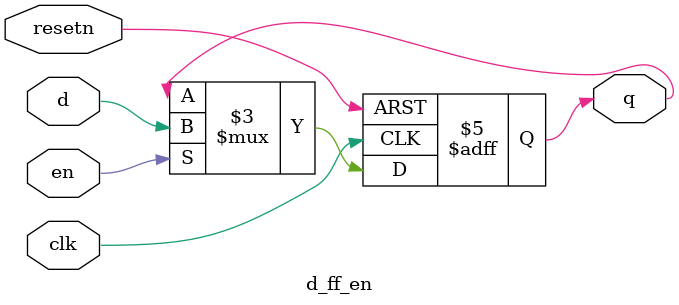
<source format=v>
module d_ff_en (
clk,
d,
resetn,
en,
q);

parameter D_SIZE = 1;

input clk;
input resetn;
input en;
input [(D_SIZE-1): 0] d;
output reg [(D_SIZE-1) : 0] q;

always@(posedge clk, negedge resetn) begin
	if(!resetn) q <= {D_SIZE{1'b0}};
	else if(en) q <= d;
end

endmodule
</source>
